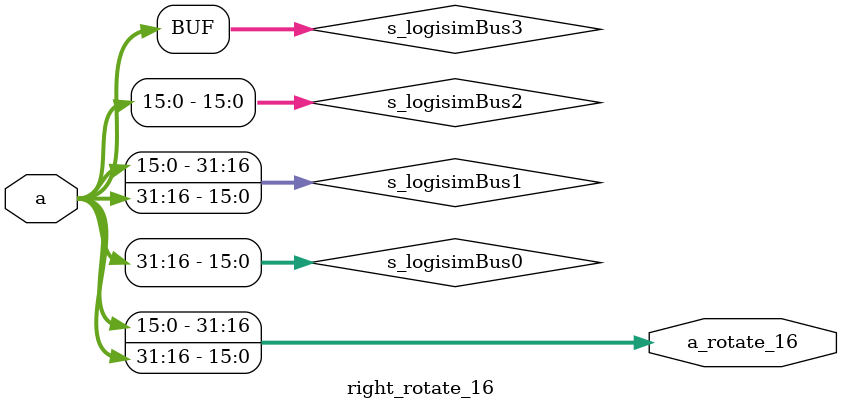
<source format=v>
/******************************************************************************
 ** Logisim-evolution goes FPGA automatic generated Verilog code             **
 ** https://github.com/logisim-evolution/                                    **
 **                                                                          **
 ** Component : right_rotate_16                                              **
 **                                                                          **
 *****************************************************************************/

module right_rotate_16( a,
                        a_rotate_16 );

   /*******************************************************************************
   ** The inputs are defined here                                                **
   *******************************************************************************/
   input [31:0] a;

   /*******************************************************************************
   ** The outputs are defined here                                               **
   *******************************************************************************/
   output [31:0] a_rotate_16;

   /*******************************************************************************
   ** The wires are defined here                                                 **
   *******************************************************************************/
   wire [15:0] s_logisimBus0;
   wire [31:0] s_logisimBus1;
   wire [15:0] s_logisimBus2;
   wire [31:0] s_logisimBus3;

   /*******************************************************************************
   ** The module functionality is described here                                 **
   *******************************************************************************/

   /*******************************************************************************
   ** Here all wiring is defined                                                 **
   *******************************************************************************/
   assign s_logisimBus0[0]  = s_logisimBus3[16];
   assign s_logisimBus0[10] = s_logisimBus3[26];
   assign s_logisimBus0[11] = s_logisimBus3[27];
   assign s_logisimBus0[12] = s_logisimBus3[28];
   assign s_logisimBus0[13] = s_logisimBus3[29];
   assign s_logisimBus0[14] = s_logisimBus3[30];
   assign s_logisimBus0[15] = s_logisimBus3[31];
   assign s_logisimBus0[1]  = s_logisimBus3[17];
   assign s_logisimBus0[2]  = s_logisimBus3[18];
   assign s_logisimBus0[3]  = s_logisimBus3[19];
   assign s_logisimBus0[4]  = s_logisimBus3[20];
   assign s_logisimBus0[5]  = s_logisimBus3[21];
   assign s_logisimBus0[6]  = s_logisimBus3[22];
   assign s_logisimBus0[7]  = s_logisimBus3[23];
   assign s_logisimBus0[8]  = s_logisimBus3[24];
   assign s_logisimBus0[9]  = s_logisimBus3[25];
   assign s_logisimBus1[0]  = s_logisimBus0[0];
   assign s_logisimBus1[10] = s_logisimBus0[10];
   assign s_logisimBus1[11] = s_logisimBus0[11];
   assign s_logisimBus1[12] = s_logisimBus0[12];
   assign s_logisimBus1[13] = s_logisimBus0[13];
   assign s_logisimBus1[14] = s_logisimBus0[14];
   assign s_logisimBus1[15] = s_logisimBus0[15];
   assign s_logisimBus1[16] = s_logisimBus2[0];
   assign s_logisimBus1[17] = s_logisimBus2[1];
   assign s_logisimBus1[18] = s_logisimBus2[2];
   assign s_logisimBus1[19] = s_logisimBus2[3];
   assign s_logisimBus1[1]  = s_logisimBus0[1];
   assign s_logisimBus1[20] = s_logisimBus2[4];
   assign s_logisimBus1[21] = s_logisimBus2[5];
   assign s_logisimBus1[22] = s_logisimBus2[6];
   assign s_logisimBus1[23] = s_logisimBus2[7];
   assign s_logisimBus1[24] = s_logisimBus2[8];
   assign s_logisimBus1[25] = s_logisimBus2[9];
   assign s_logisimBus1[26] = s_logisimBus2[10];
   assign s_logisimBus1[27] = s_logisimBus2[11];
   assign s_logisimBus1[28] = s_logisimBus2[12];
   assign s_logisimBus1[29] = s_logisimBus2[13];
   assign s_logisimBus1[2]  = s_logisimBus0[2];
   assign s_logisimBus1[30] = s_logisimBus2[14];
   assign s_logisimBus1[31] = s_logisimBus2[15];
   assign s_logisimBus1[3]  = s_logisimBus0[3];
   assign s_logisimBus1[4]  = s_logisimBus0[4];
   assign s_logisimBus1[5]  = s_logisimBus0[5];
   assign s_logisimBus1[6]  = s_logisimBus0[6];
   assign s_logisimBus1[7]  = s_logisimBus0[7];
   assign s_logisimBus1[8]  = s_logisimBus0[8];
   assign s_logisimBus1[9]  = s_logisimBus0[9];
   assign s_logisimBus2[0]  = s_logisimBus3[0];
   assign s_logisimBus2[10] = s_logisimBus3[10];
   assign s_logisimBus2[11] = s_logisimBus3[11];
   assign s_logisimBus2[12] = s_logisimBus3[12];
   assign s_logisimBus2[13] = s_logisimBus3[13];
   assign s_logisimBus2[14] = s_logisimBus3[14];
   assign s_logisimBus2[15] = s_logisimBus3[15];
   assign s_logisimBus2[1]  = s_logisimBus3[1];
   assign s_logisimBus2[2]  = s_logisimBus3[2];
   assign s_logisimBus2[3]  = s_logisimBus3[3];
   assign s_logisimBus2[4]  = s_logisimBus3[4];
   assign s_logisimBus2[5]  = s_logisimBus3[5];
   assign s_logisimBus2[6]  = s_logisimBus3[6];
   assign s_logisimBus2[7]  = s_logisimBus3[7];
   assign s_logisimBus2[8]  = s_logisimBus3[8];
   assign s_logisimBus2[9]  = s_logisimBus3[9];

   /*******************************************************************************
   ** Here all input connections are defined                                     **
   *******************************************************************************/
   assign s_logisimBus3[31:0] = a;

   /*******************************************************************************
   ** Here all output connections are defined                                    **
   *******************************************************************************/
   assign a_rotate_16 = s_logisimBus1[31:0];

endmodule

</source>
